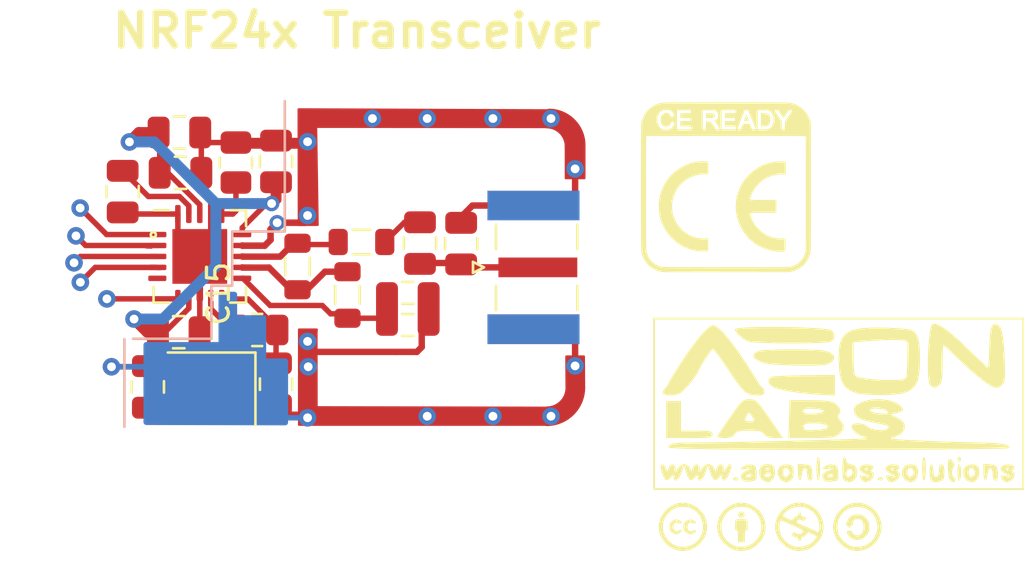
<source format=kicad_pcb>
(kicad_pcb (version 20211014) (generator pcbnew)
  (layers (0 "F.Cu" signal) (31 "B.Cu" signal) (34 "B.Paste" user) (35 "F.Paste" user) (36 "B.SilkS" user "B.Silkscreen") (37 "F.SilkS" user "F.Silkscreen") (38 "B.Mask" user) (39 "F.Mask" user) (44 "Edge.Cuts" user))
  (net 0 "")
  (net 1 "GND")
  (net 2 "+3V3")
  (net 3 "Net-(C12-Pad1)")
  (net 4 "NRF_XC1")
  (net 5 "NRF_XC2")
  (net 6 "Net-(C15-Pad1)")
  (net 7 "Net-(C15-Pad2)")
  (net 8 "NRF_VDD_PA")
  (net 9 "NRF_ANT2")
  (net 10 "NRF_ANT1")
  (net 11 "NRF_IRQ")
  (net 12 "SPI3_SCK")
  (net 13 "SPI3_MISO")
  (net 14 "SPI3_MOSI")
  (net 15 "SPI3_!CS")
  (net 16 "NRF_CE")
  (net 17 "Net-(R4-Pad1)")
  (footprint "Capacitor_SMD:C_0805_2012Metric" (layer "F.Cu") (at 41.44 28.34)
    (fp_text reference "C8" hide)
    (fp_text value "10u")
    (pad "1" smd roundrect (at -0.95 0) (size 1 1.45) (layers "F.Cu" "F.Paste" "F.Mask") (net 2 "+3V3"))
    (pad "2" smd roundrect (at 0.95 0) (size 1 1.45) (layers "F.Cu" "F.Paste" "F.Mask") (net 1 "GND"))
  )
  (footprint "Capacitor_SMD:C_0805_2012Metric" (layer "F.Cu") (at 41.41 37.46)
    (fp_text reference "C9" hide)
    (fp_text value "10n")
    (pad "1" smd roundrect (at -0.95 0) (size 1 1.45) (layers "F.Cu" "F.Paste" "F.Mask") (net 2 "+3V3"))
    (pad "2" smd roundrect (at 0.95 0) (size 1 1.45) (layers "F.Cu" "F.Paste" "F.Mask") (net 1 "GND"))
  )
  (footprint "Capacitor_SMD:C_0805_2012Metric" (layer "F.Cu") (at 41.49 30.18)
    (fp_text reference "C11" hide)
    (fp_text value "10n")
    (pad "1" smd roundrect (at -0.95 0) (size 1 1.45) (layers "F.Cu" "F.Paste" "F.Mask") (net 2 "+3V3"))
    (pad "2" smd roundrect (at 0.95 0) (size 1 1.45) (layers "F.Cu" "F.Paste" "F.Mask") (net 1 "GND"))
  )
  (footprint "Capacitor_SMD:C_0805_2012Metric" (layer "F.Cu") (at 38.85 31.04 -90)
    (fp_text reference "C12" hide)
    (fp_text value "33n")
    (pad "1" smd roundrect (at -0.95 0 270) (size 1 1.45) (layers "F.Cu" "F.Paste" "F.Mask") (net 3 "Net-(C12-Pad1)"))
    (pad "2" smd roundrect (at 0.95 0 270) (size 1 1.45) (layers "F.Cu" "F.Paste" "F.Mask") (net 1 "GND"))
  )
  (footprint "Capacitor_SMD:C_0805_2012Metric" (layer "F.Cu") (at 45.85 39.835 -90)
    (fp_text reference "C13" hide)
    (fp_text value "12p")
    (pad "1" smd roundrect (at -0.95 0 270) (size 1 1.45) (layers "F.Cu" "F.Paste" "F.Mask") (net 4 "NRF_XC1"))
    (pad "2" smd roundrect (at 0.95 0 270) (size 1 1.45) (layers "F.Cu" "F.Paste" "F.Mask") (net 1 "GND"))
  )
  (footprint "Capacitor_SMD:C_0805_2012Metric" (layer "F.Cu") (at 40 39.96 90)
    (fp_text reference "C14" hide)
    (fp_text value "12p")
    (pad "1" smd roundrect (at -0.95 0 90) (size 1 1.45) (layers "F.Cu" "F.Paste" "F.Mask") (net 5 "NRF_XC2"))
    (pad "2" smd roundrect (at 0.95 0 90) (size 1 1.45) (layers "F.Cu" "F.Paste" "F.Mask") (net 1 "GND"))
  )
  (footprint "Capacitor_SMD:C_0805_2012Metric" (layer "F.Cu") (at 52.42 33.39 90)
    (fp_text reference "C15" (at -2.315 -9.2 90) (layer "F.SilkS"))
    (fp_text value "1p5")
    (pad "1" smd roundrect (at -0.95 0 90) (size 1 1.45) (layers "F.Cu" "F.Paste" "F.Mask") (net 6 "Net-(C15-Pad1)"))
    (pad "2" smd roundrect (at 0.95 0 90) (size 1 1.45) (layers "F.Cu" "F.Paste" "F.Mask") (net 7 "Net-(C15-Pad2)"))
  )
  (footprint "Capacitor_SMD:C_0805_2012Metric" (layer "F.Cu") (at 54.3 33.415 -90)
    (fp_text reference "C16" hide)
    (fp_text value "1p")
    (pad "1" smd roundrect (at -0.95 0 270) (size 1 1.45) (layers "F.Cu" "F.Paste" "F.Mask") (net 1 "GND"))
    (pad "2" smd roundrect (at 0.95 0 270) (size 1 1.45) (layers "F.Cu" "F.Paste" "F.Mask") (net 6 "Net-(C15-Pad1)"))
  )
  (footprint "Capacitor_SMD:C_0805_2012Metric" (layer "F.Cu") (at 51.865 36.9 180)
    (fp_text reference "C17" hide)
    (fp_text value "2n2")
    (pad "1" smd roundrect (at -0.95 0 180) (size 1 1.45) (layers "F.Cu" "F.Paste" "F.Mask") (net 1 "GND"))
    (pad "2" smd roundrect (at 0.95 0 180) (size 1 1.45) (layers "F.Cu" "F.Paste" "F.Mask") (net 8 "NRF_VDD_PA"))
  )
  (footprint "Capacitor_SMD:C_0805_2012Metric" (layer "F.Cu") (at 51.865 35.9 180)
    (fp_text reference "C18" hide)
    (fp_text value "4p7")
    (pad "1" smd roundrect (at -0.95 0 180) (size 1 1.45) (layers "F.Cu" "F.Paste" "F.Mask") (net 1 "GND"))
    (pad "2" smd roundrect (at 0.95 0 180) (size 1 1.45) (layers "F.Cu" "F.Paste" "F.Mask") (net 8 "NRF_VDD_PA"))
  )
  (footprint "Inductor_SMD:L_0805_2012Metric" (layer "F.Cu") (at 49.75 33.34)
    (fp_text reference "L1" hide)
    (fp_text value "3n9")
    (pad "1" smd roundrect (at -1.0625 0) (size 0.875 1.2) (layers "F.Cu" "F.Paste" "F.Mask") (net 9 "NRF_ANT2"))
    (pad "2" smd roundrect (at 1.0625 0) (size 0.875 1.2) (layers "F.Cu" "F.Paste" "F.Mask") (net 7 "Net-(C15-Pad2)"))
  )
  (footprint "Inductor_SMD:L_0805_2012Metric" (layer "F.Cu") (at 49.11 35.76 90)
    (fp_text reference "L3" hide)
    (fp_text value "2n7")
    (pad "1" smd roundrect (at -1.0625 0 90) (size 0.875 1.2) (layers "F.Cu" "F.Paste" "F.Mask") (net 8 "NRF_VDD_PA"))
    (pad "2" smd roundrect (at 1.0625 0 90) (size 0.875 1.2) (layers "F.Cu" "F.Paste" "F.Mask") (net 10 "NRF_ANT1"))
  )
  (footprint "Resistor_SMD:R_0805_2012Metric" (layer "F.Cu") (at 44.02 29.71 90)
    (fp_text reference "R4" hide)
    (fp_text value "22k")
    (pad "1" smd roundrect (at -0.9125 0 90) (size 1.025 1.4) (layers "F.Cu" "F.Paste" "F.Mask") (roundrect_rratio 0.243902) (net 17 "Net-(R4-Pad1)"))
    (pad "2" smd roundrect (at 0.9125 0 90) (size 1.025 1.4) (layers "F.Cu" "F.Paste" "F.Mask") (roundrect_rratio 0.243902) (net 1 "GND"))
  )
  (footprint "Resistor_SMD:R_0805_2012Metric" (layer "F.Cu") (at 44.99 37.36)
    (fp_text reference "R5" hide)
    (fp_text value "1M")
    (pad "1" smd roundrect (at -0.9125 0) (size 1.025 1.4) (layers "F.Cu" "F.Paste" "F.Mask") (roundrect_rratio 0.243902) (net 5 "NRF_XC2"))
    (pad "2" smd roundrect (at 0.9125 0) (size 1.025 1.4) (layers "F.Cu" "F.Paste" "F.Mask") (roundrect_rratio 0.243902) (net 4 "NRF_XC1"))
  )
  (footprint "Crystal:Crystal_SMD_3225-4Pin_3.2x2.5mm" (layer "F.Cu") (at 42.91 40.04 180)
    (fp_text reference "Y1")
    (fp_text value "16MHz")
    (pad "1" smd rect locked (at -1.1 0.85 180) (size 1.4 1.2) (layers "F.Cu" "F.Paste" "F.Mask") (net 4 "NRF_XC1"))
    (pad "2" smd rect locked (at 1.1 0.85 180) (size 1.4 1.2) (layers "F.Cu" "F.Paste" "F.Mask") (net 1 "GND"))
    (pad "3" smd rect locked (at 1.1 -0.85 180) (size 1.4 1.2) (layers "F.Cu" "F.Paste" "F.Mask") (net 5 "NRF_XC2"))
    (pad "4" smd rect locked (at -1.1 -0.85 180) (size 1.4 1.2) (layers "F.Cu" "F.Paste" "F.Mask") (net 1 "GND"))
  )
  (footprint "Connector_Coaxial:SMA_Samtec_SMA-J-P-X-ST-EM1_EdgeMount" (layer "F.Cu") (at 57.6 34.5 90)
    (fp_text reference "J2")
    (fp_text value "SMA")
    (pad "1" smd rect locked (at 0 0.2 90) (size 0.9 3.6) (layers "F.Cu" "F.Paste" "F.Mask") (net 6 "Net-(C15-Pad1)"))
    (pad "2" smd rect locked (at 2.825 0 90) (size 1.35 4.2) (layers "B.Cu" "B.Paste" "B.Mask") (net 1 "GND"))
    (pad "2" smd rect locked (at 2.825 0 90) (size 1.35 4.2) (layers "F.Cu" "F.Paste" "F.Mask") (net 1 "GND"))
    (pad "2" smd rect locked (at -2.825 0 90) (size 1.35 4.2) (layers "F.Cu" "F.Paste" "F.Mask") (net 1 "GND"))
    (pad "2" smd rect locked (at -2.825 0 90) (size 1.35 4.2) (layers "B.Cu" "B.Paste" "B.Mask") (net 1 "GND"))
  )
  (footprint "Inductor_SMD:L_0805_2012Metric" (layer "F.Cu") (at 46.83 34.46 -90)
    (fp_text reference "L2" hide)
    (fp_text value "8n2")
    (pad "1" smd roundrect (at -1.0625 0 270) (size 0.875 1.2) (layers "F.Cu" "F.Paste" "F.Mask") (net 9 "NRF_ANT2"))
    (pad "2" smd roundrect (at 1.0625 0 270) (size 0.875 1.2) (layers "F.Cu" "F.Paste" "F.Mask") (net 10 "NRF_ANT1"))
  )
  (footprint "Capacitor_SMD:C_0805_2012Metric" (layer "F.Cu") (at 45.85 29.66 90)
    (fp_text reference "C10" hide)
    (fp_text value "10n")
    (pad "1" smd roundrect (at -0.95 0 90) (size 1 1.45) (layers "F.Cu" "F.Paste" "F.Mask") (net 2 "+3V3"))
    (pad "2" smd roundrect (at 0.95 0 90) (size 1 1.45) (layers "F.Cu" "F.Paste" "F.Mask") (net 1 "GND"))
  )
  (footprint "Package_DFN_QFN:QFN-20-1EP_4x4mm_P0.5mm_EP2.5x2.5mm" (layer "F.Cu") (at 42.37 34)
    (fp_text reference "U4" hide)
    (fp_text value "nRF24L01P")
    (pad "1" smd roundrect (at -1.9375 -1) (size 0.825 0.25) (layers "F.Cu" "F.Paste" "F.Mask") (net 16 "NRF_CE"))
    (pad "2" smd roundrect (at -1.9375 -0.5) (size 0.825 0.25) (layers "F.Cu" "F.Paste" "F.Mask") (net 15 "SPI3_!CS"))
    (pad "3" smd roundrect (at -1.9375 0) (size 0.825 0.25) (layers "F.Cu" "F.Paste" "F.Mask") (net 12 "SPI3_SCK"))
    (pad "4" smd roundrect (at -1.9375 0.5) (size 0.825 0.25) (layers "F.Cu" "F.Paste" "F.Mask") (net 14 "SPI3_MOSI"))
    (pad "5" smd roundrect (at -1.9375 1) (size 0.825 0.25) (layers "F.Cu" "F.Paste" "F.Mask") (net 13 "SPI3_MISO"))
    (pad "6" smd roundrect (at -1 1.9375) (size 0.25 0.825) (layers "F.Cu" "F.Paste" "F.Mask") (net 11 "NRF_IRQ"))
    (pad "7" smd roundrect (at -0.5 1.9375) (size 0.25 0.825) (layers "F.Cu" "F.Paste" "F.Mask") (net 2 "+3V3"))
    (pad "8" smd roundrect (at 0 1.9375) (size 0.25 0.825) (layers "F.Cu" "F.Paste" "F.Mask") (net 1 "GND"))
    (pad "9" smd roundrect (at 0.5 1.9375) (size 0.25 0.825) (layers "F.Cu" "F.Paste" "F.Mask") (net 5 "NRF_XC2"))
    (pad "10" smd roundrect (at 1 1.9375) (size 0.25 0.825) (layers "F.Cu" "F.Paste" "F.Mask") (net 4 "NRF_XC1"))
    (pad "11" smd roundrect (at 1.9375 1) (size 0.825 0.25) (layers "F.Cu" "F.Paste" "F.Mask") (net 8 "NRF_VDD_PA"))
    (pad "12" smd roundrect (at 1.9375 0.5) (size 0.825 0.25) (layers "F.Cu" "F.Paste" "F.Mask") (net 10 "NRF_ANT1"))
    (pad "13" smd roundrect (at 1.9375 0) (size 0.825 0.25) (layers "F.Cu" "F.Paste" "F.Mask") (net 9 "NRF_ANT2"))
    (pad "14" smd roundrect (at 1.9375 -0.5) (size 0.825 0.25) (layers "F.Cu" "F.Paste" "F.Mask") (net 1 "GND"))
    (pad "15" smd roundrect (at 1.9375 -1) (size 0.825 0.25) (layers "F.Cu" "F.Paste" "F.Mask") (net 2 "+3V3"))
    (pad "16" smd roundrect (at 1 -1.9375) (size 0.25 0.825) (layers "F.Cu" "F.Paste" "F.Mask") (net 17 "Net-(R4-Pad1)"))
    (pad "17" smd roundrect (at 0.5 -1.9375) (size 0.25 0.825) (layers "F.Cu" "F.Paste" "F.Mask") (net 1 "GND"))
    (pad "18" smd roundrect (at 0 -1.9375) (size 0.25 0.825) (layers "F.Cu" "F.Paste" "F.Mask") (net 2 "+3V3"))
    (pad "19" smd roundrect (at -0.5 -1.9375) (size 0.25 0.825) (layers "F.Cu" "F.Paste" "F.Mask") (net 3 "Net-(C12-Pad1)"))
    (pad "20" smd roundrect (at -1 -1.9375) (size 0.25 0.825) (layers "F.Cu" "F.Paste" "F.Mask") (net 1 "GND"))
    (pad "21" smd rect (at 0 0) (size 2.5 2.5) (layers "F.Cu" "F.Mask"))
  )
  (footprint "AeonLabs Logosy:CE Ready Small Logo" (layer "F.Cu") (at 66.38 30.84)
    (fp_text reference "G***" hide)
    (fp_text value "LOGO" hide)
  )
  (footprint "AeonLabs Logosy:aeon logo www" (layer "F.Cu") (at 71.53 40.69)
    (fp_text reference "G***" hide)
    (fp_text value "LOGO" hide)
  )
  (footprint "AeonLabs Logosy:aeon creative commons logos" (layer "F.Cu") (at 68.39 46.3)
    (fp_text reference "G***" hide)
    (fp_text value "LOGO" hide)
  )
  (gr_arc (start 59.12 40) (mid 58.853467 40.643467) (end 58.21 40.91) (layer "F.Cu") (width 0.12))
  (gr_poly (pts (xy 47.7025 40.89) (xy 58.21 40.91) (xy 58.2 41.69) (xy 46.9 41.69) (xy 46.9 38.99) (xy 46.9 38.34) (xy 46.9 37.34) (xy 47.71 37.34) (xy 47.695 37.54) (xy 47.6975 37.54)) (layer "F.Cu") (width 0.1) (fill solid))
  (gr_poly (pts (xy 59.91 40) (xy 59.11 40) (xy 59.1 38.57) (xy 59.9 38.57)) (layer "F.Cu") (width 0.1) (fill solid))
  (gr_arc (start 59.9 39.99) (mid 59.402082 41.192082) (end 58.2 41.69) (layer "F.Cu") (width 0.12))
  (gr_poly (pts (xy 59.86 40.25) (xy 59.76 40.62) (xy 59.39 41.2) (xy 58.63 41.6) (xy 58.24 41.63) (xy 58.25 40.98) (xy 58.25 40.97) (xy 58.61 40.88) (xy 58.98 40.58) (xy 59.17 40.11) (xy 59.16 40.03) (xy 59.85 40.02)) (layer "F.Cu") (width 0.1) (fill solid))
  (gr_arc (start 58.3 27.325) (mid 59.431371 27.793629) (end 59.9 28.925) (layer "F.Cu") (width 0.15))
  (gr_poly (pts (xy 58.2 28.09) (xy 47.68 28.08) (xy 47.75 32.56) (xy 46.89 32.56) (xy 46.88 27.28) (xy 58.3 27.325)) (layer "F.Cu") (width 0.1) (fill solid))
  (gr_poly (pts (xy 59.925 30.425) (xy 59.075 30.425) (xy 59.075 28.95) (xy 59.925 28.95)) (layer "F.Cu") (width 0.1) (fill solid))
  (gr_poly (pts (xy 58.575 27.4) (xy 59.15 27.625) (xy 59.625 28.075) (xy 59.825 28.5) (xy 59.825 28.9) (xy 59.15 28.9) (xy 59.125 28.725) (xy 58.95 28.375) (xy 58.625 28.15) (xy 58.25 28.025) (xy 58.3 27.35)) (layer "F.Cu") (width 0.1) (fill solid))
  (gr_arc (start 58.2 28.075) (mid 58.836396 28.338604) (end 59.1 28.975) (layer "F.Cu") (width 0.15))
  (gr_line (start 42.9 35.335) (end 42.9 35.785) (layer "B.SilkS") (width 0.12))
  (gr_line (start 42.9 35.785) (end 42.9 37.76) (layer "B.SilkS") (width 0.12))
  (gr_line (start 43.85 32.86) (end 43.85 33.96) (layer "B.SilkS") (width 0.12))
  (gr_line (start 46.25 26.91) (end 46.25 32.085) (layer "B.SilkS") (width 0.12))
  (gr_line (start 42.9 37.76) (end 40.85 37.76) (layer "B.SilkS") (width 0.12))
  (gr_line (start 43.85 33.985) (end 43.85 35.085) (layer "B.SilkS") (width 0.12))
  (gr_line (start 43.85 35.085) (end 43.85 35.335) (layer "B.SilkS") (width 0.12))
  (gr_line (start 43.2 35.335) (end 42.925 35.335) (layer "B.SilkS") (width 0.12))
  (gr_line (start 44.925 32.86) (end 43.85 32.86) (layer "B.SilkS") (width 0.12))
  (gr_line (start 46.25 32.11) (end 46.25 32.86) (layer "B.SilkS") (width 0.12))
  (gr_line (start 46.25 32.86) (end 44.95 32.86) (layer "B.SilkS") (width 0.12))
  (gr_line (start 39.325 37.76) (end 39.675 37.76) (layer "B.SilkS") (width 0.12))
  (gr_line (start 38.93 37.78) (end 38.93 41.78) (layer "B.SilkS") (width 0.12))
  (gr_line (start 39.7 37.76) (end 40.85 37.76) (layer "B.SilkS") (width 0.12))
  (gr_line (start 43.825 35.335) (end 43.225 35.335) (layer "B.SilkS") (width 0.12))
  (gr_circle (center 40.25 33.01) (end 40.275 33.06) (layer "F.SilkS") (width 0.12) (fill none))
  (gr_text "NRF24x Transceiver" (at 49.54 23.69) (layer "F.SilkS") (effects (font (size 1.5 1.5) (thickness 0.3))))
  (segment (start 57.6 37.325) (end 56.675 37.325) (width 0.29337) (layer "F.Cu") (net 1))
  (segment (start 40 39.01) (end 39.97 39.04) (width 0.25) (layer "F.Cu") (net 1))
  (segment (start 41.37 32.0625) (end 38.9225 32.0625) (width 0.25) (layer "F.Cu") (net 1))
  (segment (start 45.9 32.46) (end 47.15 32.46) (width 0.3) (layer "F.Cu") (net 1))
  (segment (start 42.44 31.01) (end 42.44 30.18) (width 0.25) (layer "F.Cu") (net 1))
  (segment (start 42.37 35.9375) (end 42.37 37.45) (width 0.25) (layer "F.Cu") (net 1))
  (segment (start 59.5 40.43) (end 59.5 39) (width 0.25) (layer "F.Cu") (net 1))
  (segment (start 50.25 41.3) (end 52.75 41.3) (width 0.75) (layer "F.Cu") (net 1))
  (segment (start 38.9225 32.0625) (end 38.85 31.99) (width 0.25) (layer "F.Cu") (net 1))
  (segment (start 56.425 31.675) (end 56.25 31.5) (width 0.29337) (layer "F.Cu") (net 1))
  (segment (start 45.60001 32.86001) (end 45.60001 33.243368) (width 0.3) (layer "F.Cu") (net 1))
  (segment (start 41.37 32.0625) (end 41.37 33) (width 0.25) (layer "F.Cu") (net 1))
  (segment (start 45.60001 33.243368) (end 45.333378 33.51) (width 0.3) (layer "F.Cu") (net 1))
  (segment (start 59.5 30) (end 59.5 28.51) (width 0.29337) (layer "F.Cu") (net 1))
  (segment (start 50.25 27.7) (end 52.75 27.7) (width 0.75) (layer "F.Cu") (net 1))
  (segment (start 59.5 31.22) (end 59.5 30) (width 0.29337) (layer "F.Cu") (net 1))
  (segment (start 58.4 27.7) (end 50.25 27.7) (width 0.29337) (layer "F.Cu") (net 1))
  (segment (start 44.02 28.7975) (end 42.8475 28.7975) (width 0.25) (layer "F.Cu") (net 1))
  (segment (start 42.36 37.46) (end 42.36 38.64) (width 0.25) (layer "F.Cu") (net 1))
  (segment (start 59.045 31.675) (end 59.5 31.22) (width 0.29337) (layer "F.Cu") (net 1))
  (segment (start 42.37 37.45) (end 42.36 37.46) (width 0.25) (layer "F.Cu") (net 1))
  (segment (start 40.69 38.985) (end 40.325 39.35) (width 0.29337) (layer "F.Cu") (net 1))
  (segment (start 54.815 31.675) (end 57.6 31.675) (width 0.29337) (layer "F.Cu") (net 1))
  (segment (start 42.87 31.44) (end 42.44 31.01) (width 0.25) (layer "F.Cu") (net 1))
  (segment (start 54.3 32.19) (end 54.815 31.675) (width 0.29337) (layer "F.Cu") (net 1))
  (segment (start 42.36 38.64) (end 41.81 39.19) (width 0.25) (layer "F.Cu") (net 1))
  (segment (start 58.4 41.3) (end 58.63 41.3) (width 0.25) (layer "F.Cu") (net 1))
  (segment (start 58.69 27.7) (end 58.4 27.7) (width 0.29337) (layer "F.Cu") (net 1))
  (segment (start 42.44 28.39) (end 42.44 30.18) (width 0.25) (layer "F.Cu") (net 1))
  (segment (start 47.36 41.3) (end 47.29 41.37) (width 0.75) (layer "F.Cu") (net 1))
  (segment (start 47.26 37.77) (end 47.25 37.78) (width 0.29337) (layer "F.Cu") (net 1))
  (segment (start 57.6 31.675) (end 56.425 31.675) (width 0.29337) (layer "F.Cu") (net 1))
  (segment (start 45.575 28.83) (end 44.53 28.83) (width 0.5) (layer "F.Cu") (net 1))
  (segment (start 47.2 41.21) (end 47.25 41.16) (width 0.25) (layer "F.Cu") (net 1))
  (segment (start 45.6 32.86) (end 45.60001 32.86001) (width 0.3) (layer "F.Cu") (net 1))
  (segment (start 54.3 32.44) (end 54.3 32.19) (width 0.29337) (layer "F.Cu") (net 1))
  (segment (start 44.2 40.685) (end 45.485 40.685) (width 0.29337) (layer "F.Cu") (net 1))
  (segment (start 50.25 41.3) (end 58.4 41.3) (width 0.25) (layer "F.Cu") (net 1))
  (segment (start 45.6 32.76) (end 45.6 32.86) (width 0.3) (layer "F.Cu") (net 1))
  (segment (start 47.15 32.46) (end 47.25 32.36) (width 0.3) (layer "F.Cu") (net 1))
  (segment (start 57.6 37.325) (end 59.125 37.325) (width 0.29337) (layer "F.Cu") (net 1))
  (segment (start 52.75 27.7) (end 55.75 27.7) (width 0.75) (layer "F.Cu") (net 1))
  (segment (start 42.87 32.0625) (end 42.87 33.5) (width 0.25) (layer "F.Cu") (net 1))
  (segment (start 59.5 37.7) (end 59.5 39) (width 0.29337) (layer "F.Cu") (net 1))
  (segment (start 45.575 28.83) (end 46.93 28.83) (width 0.5) (layer "F.Cu") (net 1))
  (segment (start 42.87 32.0625) (end 42.87 31.44) (width 0.25) (layer "F.Cu") (net 1))
  (segment (start 50.25 27.7) (end 47.28 27.7) (width 0.29337) (layer "F.Cu") (net 1))
  (segment (start 47.38 37.91) (end 47.25 37.78) (width 0.29337) (layer "F.Cu") (net 1))
  (segment (start 51.32 38.36) (end 47.53 38.36) (width 0.29337) (layer "F.Cu") (net 1))
  (segment (start 58.63 41.3) (end 59.5 40.43) (width 0.25) (layer "F.Cu") (net 1))
  (segment (start 42.39 28.34) (end 42.44 28.39) (width 0.25) (layer "F.Cu") (net 1))
  (segment (start 41.8 38.785) (end 42 38.985) (width 0.3) (layer "F.Cu") (net 1))
  (segment (start 57.6 31.675) (end 59.045 31.675) (width 0.29337) (layer "F.Cu") (net 1))
  (segment (start 45.333378 33.51) (end 44.3175 33.51) (width 0.3) (layer "F.Cu") (net 1))
  (segment (start 52.5 38.14) (end 52.28 38.36) (width 0.29337) (layer "F.Cu") (net 1))
  (segment (start 45.9 32.46) (end 45.6 32.76) (width 0.3) (layer "F.Cu") (net 1))
  (segment (start 42.87 33.5) (end 42.37 34) (width 0.25) (layer "F.Cu") (net 1))
  (segment (start 45.85 41.21) (end 47.2 41.21) (width 0.25) (layer "F.Cu") (net 1))
  (segment (start 42 38.985) (end 40.69 38.985) (width 0.29337) (layer "F.Cu") (net 1))
  (segment (start 41.9 33.01) (end 42.25 33.36) (width 0.25) (layer "F.Cu") (net 1))
  (segment (start 52.75 41.3) (end 55.75 41.3) (width 0.75) (layer "F.Cu") (net 1))
  (segment (start 57.25 37.675) (end 57.6 37.325) (width 0.29337) (layer "F.Cu") (net 1))
  (segment (start 57.25 31.325) (end 57.6 31.675) (width 0.29337) (layer "F.Cu") (net 1))
  (segment (start 52.75 41.3) (end 47.36 41.3) (width 0.75) (layer "F.Cu") (net 1))
  (segment (start 52.28 38.36) (end 51.32 38.36) (width 0.29337) (layer "F.Cu") (net 1))
  (segment (start 47.25 27.67) (end 47.25 32.36) (width 0.29337) (layer "F.Cu") (net 1))
  (segment (start 41.37 33) (end 42.37 34) (width 0.25) (layer "F.Cu") (net 1))
  (segment (start 42.8475 28.7975) (end 42.39 28.34) (width 0.25) (layer "F.Cu") (net 1))
  (segment (start 47.25 37.78) (end 47.25 39.21) (width 0.75) (layer "F.Cu") (net 1))
  (segment (start 56.675 37.325) (end 56.25 37.75) (width 0.29337) (layer "F.Cu") (net 1))
  (segment (start 47.25 38.935) (end 47.25 41.16) (width 0.75) (layer "F.Cu") (net 1))
  (segment (start 52.5 37.35) (end 52.5 38.14) (width 0.29337) (layer "F.Cu") (net 1))
  (segment (start 47.28 27.7) (end 47.25 27.67) (width 0.29337) (layer "F.Cu") (net 1))
  (segment (start 42.37 35.95875) (end 42.37 34.02125) (width 0.3) (layer "F.Cu") (net 1))
  (segment (start 59.5 28.51) (end 58.69 27.7) (width 0.29337) (layer "F.Cu") (net 1))
  (segment (start 47.25 27.56) (end 47.25 27.67) (width 0.29337) (layer "F.Cu") (net 1))
  (segment (start 59.125 37.325) (end 59.5 37.7) (width 0.29337) (layer "F.Cu") (net 1))
  (segment (start 39.97 39.04) (end 38.34 39.04) (width 0.25) (layer "F.Cu") (net 1))
  (segment (start 40.325 39.35) (end 40.325 38.735) (width 0.3) (layer "F.Cu") (net 1))
  (segment (start 44.3175 33.51) (end 44.3075 33.5) (width 0.3) (layer "F.Cu") (net 1))
  (via (at 38.34 39.04) (size 0.8) (drill 0.4) (layers "F.Cu" "B.Cu") (net 1))
  (via (at 47.29 41.37) (size 0.8) (drill 0.4) (layers "F.Cu" "B.Cu") (net 1))
  (via (at 52.75 41.3) (size 0.8) (drill 0.4) (layers "F.Cu" "B.Cu") (net 1))
  (via (at 55.75 41.3) (size 0.8) (drill 0.4) (layers "F.Cu" "B.Cu") (net 1))
  (via (at 58.4 41.3) (size 0.8) (drill 0.4) (layers "F.Cu" "B.Cu") (net 1))
  (via (at 47.29 28.76) (size 0.8) (drill 0.4) (layers "F.Cu" "B.Cu") (net 1))
  (via (at 47.29 32.13) (size 0.8) (drill 0.4) (layers "F.Cu" "B.Cu") (net 1))
  (via (at 47.32 39.04) (size 0.8) (drill 0.4) (layers "F.Cu" "B.Cu") (net 1))
  (via (at 59.5 39) (size 0.8) (drill 0.4) (layers "F.Cu" "B.Cu") (net 1))
  (via (at 59.5 30) (size 0.8) (drill 0.4) (layers "F.Cu" "B.Cu") (net 1))
  (via (at 52.75 27.7) (size 0.8) (drill 0.4) (layers "F.Cu" "B.Cu") (net 1))
  (via (at 58.4 27.7) (size 0.8) (drill 0.4) (layers "F.Cu" "B.Cu") (net 1))
  (via (at 55.75 27.7) (size 0.8) (drill 0.4) (layers "F.Cu" "B.Cu") (net 1))
  (via (at 47.29 37.88) (size 0.8) (drill 0.4) (layers "F.Cu" "B.Cu") (net 1))
  (via (at 50.25 27.7) (size 0.8) (drill 0.4) (layers "F.Cu" "B.Cu") (net 1))
  (via (at 45.9 32.46) (size 0.7) (drill 0.4) (layers "F.Cu" "B.Cu") (net 1))
  (segment (start 44.67 41.37) (end 47.29 41.37) (width 0.25) (layer "B.Cu") (net 1))
  (segment (start 42.34 39.04) (end 44.67 41.37) (width 0.25) (layer "B.Cu") (net 1))
  (segment (start 38.34 39.04) (end 42.34 39.04) (width 0.25) (layer "B.Cu") (net 1))
  (segment (start 40.78 37.46) (end 40.46 37.46) (width 0.25) (layer "F.Cu") (net 2))
  (segment (start 44.3075 33) (end 44.3075 32.6925) (width 0.25) (layer "F.Cu") (net 2))
  (segment (start 39.97 37.46) (end 40.46 37.46) (width 0.5) (layer "F.Cu") (net 2))
  (segment (start 45.415 31.585) (end 45.65 31.585) (width 0.25) (layer "F.Cu") (net 2))
  (segment (start 45.625 31.56) (end 45.65 31.585) (width 0.5) (layer "F.Cu") (net 2))
  (segment (start 40.54 30.18) (end 40.54 28.39) (width 0.25) (layer "F.Cu") (net 2))
  (segment (start 40.54 28.39) (end 40.49 28.34) (width 0.25) (layer "F.Cu") (net 2))
  (segment (start 41.87 36.37) (end 40.78 37.46) (width 0.25) (layer "F.Cu") (net 2))
  (segment (start 42.37 31.64) (end 40.91 30.18) (width 0.25) (layer "F.Cu") (net 2))
  (segment (start 39.59 28.34) (end 39.16 28.77) (width 0.5) (layer "F.Cu") (net 2))
  (segment (start 45.65 31.585) (end 45.85 31.385) (width 0.5) (layer "F.Cu") (net 2))
  (segment (start 40.91 30.18) (end 40.54 30.18) (width 0.25) (layer "F.Cu") (net 2))
  (segment (start 44.3075 32.6925) (end 45.415 31.585) (width 0.25) (layer "F.Cu") (net 2))
  (segment (start 45.85 31.385) (end 45.85 30.61) (width 0.5) (layer "F.Cu") (net 2))
  (segment (start 42.37 32.0625) (end 42.37 31.64) (width 0.25) (layer "F.Cu") (net 2))
  (segment (start 39.37 36.86) (end 39.97 37.46) (width 0.5) (layer "F.Cu") (net 2))
  (segment (start 40.49 28.34) (end 39.59 28.34) (width 0.5) (layer "F.Cu") (net 2))
  (segment (start 41.87 35.9375) (end 41.87 36.37) (width 0.25) (layer "F.Cu") (net 2))
  (via (at 39.16 28.77) (size 0.8) (drill 0.4) (layers "F.Cu" "B.Cu") (net 2))
  (via (at 39.37 36.86) (size 0.8) (drill 0.4) (layers "F.Cu" "B.Cu") (net 2))
  (via (at 45.65 31.585) (size 0.7) (drill 0.4) (layers "F.Cu" "B.Cu") (net 2))
  (segment (start 43.105 31.585) (end 42.47 30.95) (width 0.5) (layer "B.Cu") (net 2))
  (segment (start 43.105 31.585) (end 43.105 34.445) (width 0.5) (layer "B.Cu") (net 2))
  (segment (start 40.29 28.77) (end 39.16 28.77) (width 0.5) (layer "B.Cu") (net 2))
  (segment (start 42.47 30.95) (end 41.75 30.23) (width 0.5) (layer "B.Cu") (net 2))
  (segment (start 43.105 34.445) (end 41.075 36.475) (width 0.5) (layer "B.Cu") (net 2))
  (segment (start 40.69 36.86) (end 39.37 36.86) (width 0.5) (layer "B.Cu") (net 2))
  (segment (start 42.47 30.95) (end 40.29 28.77) (width 0.5) (layer "B.Cu") (net 2))
  (segment (start 45.65 31.585) (end 43.105 31.585) (width 0.5) (layer "B.Cu") (net 2))
  (segment (start 41.075 36.475) (end 40.69 36.86) (width 0.5) (layer "B.Cu") (net 2))
  (segment (start 40.02 31.26) (end 41.44 31.26) (width 0.25) (layer "F.Cu") (net 3))
  (segment (start 38.85 30.09) (end 40.02 31.26) (width 0.25) (layer "F.Cu") (net 3))
  (segment (start 41.87 31.69) (end 41.87 32.0625) (width 0.25) (layer "F.Cu") (net 3))
  (segment (start 41.44 31.26) (end 41.87 31.69) (width 0.25) (layer "F.Cu") (net 3))
  (segment (start 44.5675 35.9475) (end 43.38 35.9475) (width 0.25) (layer "F.Cu") (net 4))
  (segment (start 45.85 38.885) (end 45.85 37.4125) (width 0.25) (layer "F.Cu") (net 4))
  (segment (start 44.085 38.87) (end 44.2 38.985) (width 0.29337) (layer "F.Cu") (net 4))
  (segment (start 43.38 35.9475) (end 43.37 35.9375) (width 0.25) (layer "F.Cu") (net 4))
  (segment (start 45.9025 37.2825) (end 44.5675 35.9475) (width 0.25) (layer "F.Cu") (net 4))
  (segment (start 45.9025 37.36) (end 45.9025 37.2825) (width 0.25) (layer "F.Cu") (net 4))
  (segment (start 45.85 37.4125) (end 45.9025 37.36) (width 0.25) (layer "F.Cu") (net 4))
  (segment (start 44.2 38.985) (end 45.485 38.985) (width 0.29337) (layer "F.Cu") (net 4))
  (segment (start 41.74 40.89) (end 42.08 40.89) (width 0.25) (layer "F.Cu") (net 5))
  (segment (start 42.08 40.89) (end 43.04 39.93) (width 0.25) (layer "F.Cu") (net 5))
  (segment (start 42.87 35.9375) (end 42.87 36.39) (width 0.25) (layer "F.Cu") (net 5))
  (segment (start 44.0775 37.3825) (end 44.0775 37.36) (width 0.25) (layer "F.Cu") (net 5))
  (segment (start 41.72 40.91) (end 41.74 40.89) (width 0.25) (layer "F.Cu") (net 5))
  (segment (start 39.89 40.91) (end 41.72 40.91) (width 0.25) (layer "F.Cu") (net 5))
  (segment (start 43.84 37.36) (end 44.0775 37.36) (width 0.25) (layer "F.Cu") (net 5))
  (segment (start 43.04 39.93) (end 43.04 38.42) (width 0.25) (layer "F.Cu") (net 5))
  (segment (start 43.04 38.42) (end 44.0775 37.3825) (width 0.25) (layer "F.Cu") (net 5))
  (segment (start 42.87 36.39) (end 43.84 37.36) (width 0.25) (layer "F.Cu") (net 5))
  (segment (start 42 40.685) (end 42.224035 40.685) (width 0.29337) (layer "F.Cu") (net 5))
  (segment (start 54.95 34.5) (end 57.8 34.5) (width 0.29337) (layer "F.Cu") (net 6))
  (segment (start 52.775 34.3) (end 53.805 34.3) (width 0.29337) (layer "F.Cu") (net 6))
  (segment (start 52.42 32.44) (end 51.7125 32.44) (width 0.25) (layer "F.Cu") (net 7))
  (segment (start 51.7125 32.44) (end 50.8125 33.34) (width 0.25) (layer "F.Cu") (net 7))
  (segment (start 45.58 36.24) (end 44.34 35) (width 0.25) (layer "F.Cu") (net 8))
  (segment (start 50.8375 36.8225) (end 50.915 36.9) (width 0.25) (layer "F.Cu") (net 8))
  (segment (start 49.11 36.8225) (end 48.9075 36.62) (width 0.25) (layer "F.Cu") (net 8))
  (segment (start 49.11 36.8225) (end 50.8375 36.8225) (width 0.25) (layer "F.Cu") (net 8))
  (segment (start 44.34 35) (end 44.3075 35) (width 0.25) (layer "F.Cu") (net 8))
  (segment (start 48.34 36.62) (end 47.96 36.24) (width 0.25) (layer "F.Cu") (net 8))
  (segment (start 47.96 36.24) (end 45.58 36.24) (width 0.25) (layer "F.Cu") (net 8))
  (segment (start 48.9075 36.62) (end 48.34 36.62) (width 0.25) (layer "F.Cu") (net 8))
  (segment (start 46.59 33.4575) (end 46.0375 34.01) (width 0.29337) (layer "F.Cu") (net 9))
  (segment (start 48.57 33.4575) (end 48.6875 33.34) (width 0.25) (layer "F.Cu") (net 9))
  (segment (start 44.3175 34.01) (end 44.3075 34) (width 0.29337) (layer "F.Cu") (net 9))
  (segment (start 46.59 33.4575) (end 48.57 33.4575) (width 0.25) (layer "F.Cu") (net 9))
  (segment (start 46.0375 34.01) (end 44.3175 34.01) (width 0.29337) (layer "F.Cu") (net 9))
  (segment (start 47.1975 35.5825) (end 46.59 35.5825) (width 0.29337) (layer "F.Cu") (net 10))
  (segment (start 44.3175 34.51) (end 44.3075 34.5) (width 0.29337) (layer "F.Cu") (net 10))
  (segment (start 46.59 35.5825) (end 46.59 35.57) (width 0.29337) (layer "F.Cu") (net 10))
  (segment (start 45.53 34.51) (end 44.3175 34.51) (width 0.29337) (layer "F.Cu") (net 10))
  (segment (start 48.0825 34.6975) (end 47.1975 35.5825) (width 0.29337) (layer "F.Cu") (net 10))
  (segment (start 46.59 35.57) (end 45.53 34.51) (width 0.29337) (layer "F.Cu") (net 10))
  (segment (start 49.11 34.6975) (end 48.0825 34.6975) (width 0.29337) (layer "F.Cu") (net 10))
  (segment (start 41.34875 35.9375) (end 38.13125 35.9375) (width 0.25) (layer "F.Cu") (net 11))
  (via (at 38.13125 35.9375) (size 0.8) (drill 0.4) (layers "F.Cu" "B.Cu") (net 11))
  (segment (start 36.92 34) (end 36.63 34.29) (width 0.25) (layer "F.Cu") (net 12))
  (segment (start 40.41125 34) (end 36.92 34) (width 0.25) (layer "F.Cu") (net 12))
  (via (at 36.63 34.29) (size 0.8) (drill 0.4) (layers "F.Cu" "B.Cu") (net 12))
  (segment (start 40.41125 34.5) (end 37.6 34.5) (width 0.25) (layer "F.Cu") (net 14))
  (segment (start 40.429931 34.51) (end 40.55 34.51) (width 0.25) (layer "F.Cu") (net 14))
  (segment (start 37.6 34.5) (end 36.92 35.18) (width 0.25) (layer "F.Cu") (net 14))
  (via (at 36.92 35.18) (size 0.8) (drill 0.4) (layers "F.Cu" "B.Cu") (net 14))
  (segment (start 37.16 33.5) (end 36.72 33.06) (width 0.25) (layer "F.Cu") (net 15))
  (segment (start 40.41125 33.5) (end 37.16 33.5) (width 0.25) (layer "F.Cu") (net 15))
  (segment (start 40.15 33.52) (end 39.95 33.52) (width 0.25) (layer "F.Cu") (net 15))
  (segment (start 40.16 33.51) (end 40.15 33.52) (width 0.25) (layer "F.Cu") (net 15))
  (via (at 36.72 33.06) (size 0.8) (drill 0.4) (layers "F.Cu" "B.Cu") (net 15))
  (segment (start 39.46 33) (end 38.12 33) (width 0.25) (layer "F.Cu") (net 16))
  (segment (start 38.12 33) (end 36.91 31.79) (width 0.25) (layer "F.Cu") (net 16))
  (segment (start 40.41125 33) (end 39.46 33) (width 0.25) (layer "F.Cu") (net 16))
  (via (at 36.91 31.79) (size 0.8) (drill 0.4) (layers "F.Cu" "B.Cu") (net 16))
  (segment (start 44.02 30.6225) (end 44.02 31.92) (width 0.25) (layer "F.Cu") (net 17))
  (segment (start 43.8775 32.0625) (end 43.37 32.0625) (width 0.25) (layer "F.Cu") (net 17))
  (segment (start 44.02 31.92) (end 43.8775 32.0625) (width 0.25) (layer "F.Cu") (net 17))
  (zone (net 1) (net_name "GND") (layer "B.Cu") (connect_pads (clearance 0.254)) (min_thickness 0.254) (fill yes (thermal_gap 0.508) (thermal_bridge_width 0.508))
    (polygon (pts (xy 44.075 36.685) (xy 44.425 36.685) (xy 44.975 36.685) (xy 45.4 36.685) (xy 45.4 38.66) (xy 46.4 38.66) (xy 46.4 41.86) (xy 39.8 41.81) (xy 39.8 37.91) (xy 43.225 37.91) (xy 43.225 35.61) (xy 44.075 35.61)))
  )
)
</source>
